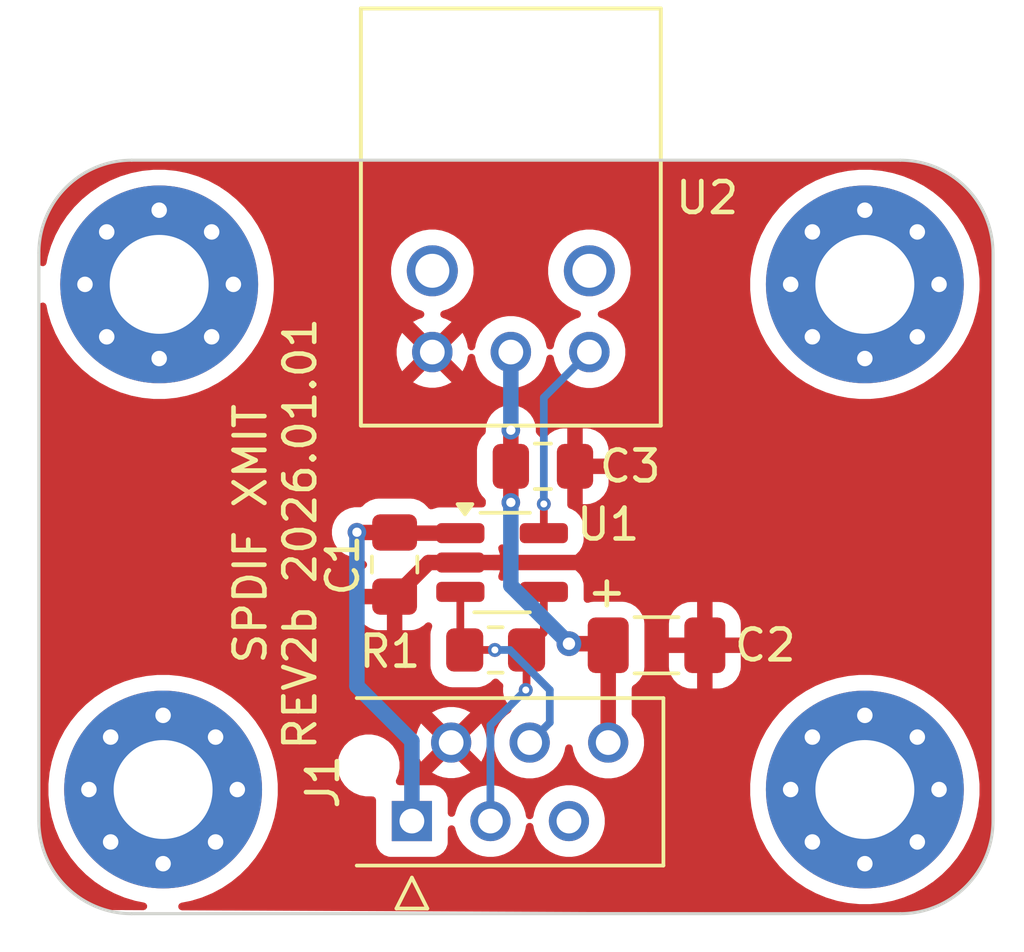
<source format=kicad_pcb>
(kicad_pcb (version 20241229) (generator "pcbnew") (generator_version "9.0")
  (layers (0 "F.Cu" signal) (2 "B.Cu" signal) (13 "F.Paste" user) (15 "B.Paste" user) (5 "F.SilkS" user "F.Silkscreen") (7 "B.SilkS" user "B.Silkscreen") (1 "F.Mask" user) (3 "B.Mask" user) (25 "Edge.Cuts" user))
  (net 0 "")
  (net 1 "GND")
  (net 2 "+5V")
  (net 3 "+3V3")
  (net 4 "/SPDIF+")
  (net 5 "/SPDIF-")
  (net 7 "Net-(U1-ROUT)")
  (footprint "Package_TO_SOT_SMD:SOT-23-5_HandSoldering" (layer "F.Cu") (at 154.0472 127.066)
    (property "Reference" "U1" (at 3.4328 -1.2344 0) (layer "F.SilkS"))
    (property "Value" "FIN1002")
    (fp_line (start -0.9 1.61) (end 0.9 1.61) (stroke (width 0.12)) (layer "F.SilkS"))
    (fp_line (start 0.1 -1.61) (end -0.7 -1.61) (stroke (width 0.12)) (layer "F.SilkS"))
    (fp_line (start 0.1 -1.61) (end 0.9 -1.61) (stroke (width 0.12)) (layer "F.SilkS"))
    (fp_poly (pts (xy -1.2 -1.56) (xy -1.44 -1.89) (xy -0.96 -1.89) (xy -1.2 -1.56)) (stroke (width 0.12)) (fill yes) (layer "F.SilkS"))
    (pad "1" smd roundrect (at -1.35 -0.95) (size 1.56 0.65) (layers "F.Cu" "F.Mask" "F.Paste") (net 3 "+3V3"))
    (pad "2" smd roundrect (at -1.35 0) (size 1.56 0.65) (layers "F.Cu" "F.Mask" "F.Paste") (net 1 "GND"))
    (pad "3" smd roundrect (at -1.35 0.95) (size 1.56 0.65) (layers "F.Cu" "F.Mask" "F.Paste") (net 4 "/SPDIF+"))
    (pad "4" smd roundrect (at 1.35 0.95) (size 1.56 0.65) (layers "F.Cu" "F.Mask" "F.Paste") (net 5 "/SPDIF-"))
    (pad "5" smd roundrect (at 1.35 -0.95) (size 1.56 0.65) (layers "F.Cu" "F.Mask" "F.Paste") (net 7 "Net-(U1-ROUT)"))
  )
  (footprint "Connector_TE-Connectivity:TE_Micro-MaTch_215079-6_2x03_P1.27mm_Vertical" (layer "F.Cu") (at 151.13 135.4328 90)
    (property "Reference" "J1" (at 1.27 -2.88 90) (layer "F.SilkS"))
    (property "Value" "TE MicroMatch")
    (fp_line (start -1.44 -1.785) (end -1.44 8.135) (stroke (width 0.12)) (layer "F.SilkS"))
    (fp_line (start -2.83 -0.5) (end -1.83 0) (stroke (width 0.12)) (layer "F.SilkS"))
    (fp_line (start -1.83 0) (end -2.83 0.5) (stroke (width 0.12)) (layer "F.SilkS"))
    (fp_line (start -2.83 0.5) (end -2.83 -0.5) (stroke (width 0.12)) (layer "F.SilkS"))
    (fp_line (start 3.98 8.135) (end 3.98 -1.785) (stroke (width 0.12)) (layer "F.SilkS"))
    (fp_line (start -1.44 8.135) (end 3.98 8.135) (stroke (width 0.12)) (layer "F.SilkS"))
    (pad "" np_thru_hole circle (at 1.8 -1.4 90) (size 1.5 1.5) (drill 1.5) (layers "*.Cu" "*.Mask"))
    (pad "1" thru_hole rect (at 0 0 90) (size 1.3 1.3) (drill 0.8) (layers "*.Cu" "*.Mask") (net 3 "+3V3"))
    (pad "2" thru_hole circle (at 2.54 1.27 90) (size 1.3 1.3) (drill 0.8) (layers "*.Cu" "*.Mask") (net 1 "GND"))
    (pad "3" thru_hole circle (at 0 2.54 90) (size 1.3 1.3) (drill 0.8) (layers "*.Cu" "*.Mask") (net 5 "/SPDIF-"))
    (pad "4" thru_hole circle (at 2.54 3.81 90) (size 1.3 1.3) (drill 0.8) (layers "*.Cu" "*.Mask") (net 4 "/SPDIF+"))
    (pad "5" thru_hole circle (at 0 5.08 90) (size 1.3 1.3) (drill 0.8) (layers "*.Cu" "*.Mask"))
    (pad "6" thru_hole circle (at 2.54 6.35 90) (size 1.3 1.3) (drill 0.8) (layers "*.Cu" "*.Mask") (net 2 "+5V"))
  )
  (footprint "kicad-snk:PLR135-T10_PLT133-T10W" (layer "F.Cu") (at 154.3304 117.6248)
    (property "Reference" "U2" (at 6.35 -2.3596 0) (layer "F.SilkS"))
    (property "Value" "PLT237/T10WH")
    (fp_line (start -4.85 -8.49) (end -4.85 5.01) (stroke (width 0.127)) (layer "F.SilkS"))
    (fp_line (start 4.85 -8.49) (end -4.85 -8.49) (stroke (width 0.127)) (layer "F.SilkS"))
    (fp_line (start 4.85 -8.49) (end 4.85 5.01) (stroke (width 0.127)) (layer "F.SilkS"))
    (fp_line (start 4.85 5.01) (end -4.85 5.01) (stroke (width 0.127)) (layer "F.SilkS"))
    (pad "1" thru_hole circle (at 2.54 2.63) (size 1.308 1.308) (drill 0.8) (layers "*.Cu" "*.Mask") (net 7 "Net-(U1-ROUT)"))
    (pad "2" thru_hole circle (at 0 2.63) (size 1.308 1.308) (drill 0.8) (layers "*.Cu" "*.Mask") (net 2 "+5V"))
    (pad "3" thru_hole circle (at -2.54 2.63) (size 1.308 1.308) (drill 0.8) (layers "*.Cu" "*.Mask") (net 1 "GND"))
    (pad "NC1" thru_hole circle (at 2.54 0) (size 1.65 1.65) (drill 1.1) (layers "*.Cu" "*.Mask"))
    (pad "NC2" thru_hole circle (at -2.54 0) (size 1.65 1.65) (drill 1.1) (layers "*.Cu" "*.Mask"))
  )
  (footprint "Capacitor_SMD:C_0805_2012Metric_Pad1.18x1.45mm_HandSolder" (layer "F.Cu") (at 155.3679 123.952)
    (property "Reference" "C3" (at 2.8233 0 0) (layer "F.SilkS"))
    (property "Value" "1uF/50V")
    (fp_line (start -0.261252 -0.735) (end 0.261252 -0.735) (stroke (width 0.12)) (layer "F.SilkS"))
    (fp_line (start -0.261252 0.735) (end 0.261252 0.735) (stroke (width 0.12)) (layer "F.SilkS"))
    (pad "1" smd roundrect (at -1.0375 0) (size 1.175 1.45) (layers "F.Cu" "F.Mask" "F.Paste") (roundrect_rratio 0.212766) (net 2 "+5V"))
    (pad "2" smd roundrect (at 1.0375 0) (size 1.175 1.45) (layers "F.Cu" "F.Mask" "F.Paste") (roundrect_rratio 0.212766) (net 1 "GND"))
  )
  (footprint "MountingHole:MountingHole_3.2mm_M3_Pad_Via" (layer "F.Cu") (at 143.082944 134.412056)
    (property "Reference" "H3" (hide yes))
    (property "Value" "MountingHole")
    (pad "1" thru_hole circle (at -2.4 0) (size 0.8 0.8) (drill 0.5) (layers "*.Cu" "*.Mask"))
    (pad "1" thru_hole circle (at -1.697056 -1.697056) (size 0.8 0.8) (drill 0.5) (layers "*.Cu" "*.Mask"))
    (pad "1" thru_hole circle (at -1.697056 1.697056) (size 0.8 0.8) (drill 0.5) (layers "*.Cu" "*.Mask"))
    (pad "1" thru_hole circle (at 0 -2.4) (size 0.8 0.8) (drill 0.5) (layers "*.Cu" "*.Mask"))
    (pad "1" thru_hole circle (at 0 0) (size 6.4 6.4) (drill 3.2) (layers "*.Cu" "*.Mask"))
    (pad "1" thru_hole circle (at 0 2.4) (size 0.8 0.8) (drill 0.5) (layers "*.Cu" "*.Mask"))
    (pad "1" thru_hole circle (at 1.697056 -1.697056) (size 0.8 0.8) (drill 0.5) (layers "*.Cu" "*.Mask"))
    (pad "1" thru_hole circle (at 1.697056 1.697056) (size 0.8 0.8) (drill 0.5) (layers "*.Cu" "*.Mask"))
    (pad "1" thru_hole circle (at 2.4 0) (size 0.8 0.8) (drill 0.5) (layers "*.Cu" "*.Mask"))
  )
  (footprint "Resistor_SMD:R_0805_2012Metric_Pad1.20x1.40mm_HandSolder" (layer "F.Cu") (at 153.8384 129.8956 180)
    (property "Reference" "R1" (at 3.4196 -0.0508 0) (layer "F.SilkS"))
    (property "Value" "100R")
    (fp_line (start -0.227064 0.735) (end 0.227064 0.735) (stroke (width 0.12)) (layer "F.SilkS"))
    (fp_line (start -0.227064 -0.735) (end 0.227064 -0.735) (stroke (width 0.12)) (layer "F.SilkS"))
    (pad "1" smd roundrect (at -1 0 180) (size 1.2 1.4) (layers "F.Cu" "F.Mask" "F.Paste") (roundrect_rratio 0.208333) (net 5 "/SPDIF-"))
    (pad "2" smd roundrect (at 1 0 180) (size 1.2 1.4) (layers "F.Cu" "F.Mask" "F.Paste") (roundrect_rratio 0.208333) (net 4 "/SPDIF+"))
  )
  (footprint "MountingHole:MountingHole_3.2mm_M3_Pad_Via" (layer "F.Cu") (at 165.781056 118.063944)
    (property "Reference" "H2" (hide yes))
    (property "Value" "MountingHole")
    (pad "1" thru_hole circle (at -2.4 0) (size 0.8 0.8) (drill 0.5) (layers "*.Cu" "*.Mask"))
    (pad "1" thru_hole circle (at -1.697056 -1.697056) (size 0.8 0.8) (drill 0.5) (layers "*.Cu" "*.Mask"))
    (pad "1" thru_hole circle (at -1.697056 1.697056) (size 0.8 0.8) (drill 0.5) (layers "*.Cu" "*.Mask"))
    (pad "1" thru_hole circle (at 0 -2.4) (size 0.8 0.8) (drill 0.5) (layers "*.Cu" "*.Mask"))
    (pad "1" thru_hole circle (at 0 0) (size 6.4 6.4) (drill 3.2) (layers "*.Cu" "*.Mask"))
    (pad "1" thru_hole circle (at 0 2.4) (size 0.8 0.8) (drill 0.5) (layers "*.Cu" "*.Mask"))
    (pad "1" thru_hole circle (at 1.697056 -1.697056) (size 0.8 0.8) (drill 0.5) (layers "*.Cu" "*.Mask"))
    (pad "1" thru_hole circle (at 1.697056 1.697056) (size 0.8 0.8) (drill 0.5) (layers "*.Cu" "*.Mask"))
    (pad "1" thru_hole circle (at 2.4 0) (size 0.8 0.8) (drill 0.5) (layers "*.Cu" "*.Mask"))
  )
  (footprint "MountingHole:MountingHole_3.2mm_M3_Pad_Via" (layer "F.Cu") (at 142.955944 118.063944)
    (property "Reference" "H1" (hide yes))
    (property "Value" "MountingHole")
    (pad "1" thru_hole circle (at -2.4 0) (size 0.8 0.8) (drill 0.5) (layers "*.Cu" "*.Mask"))
    (pad "1" thru_hole circle (at -1.697056 -1.697056) (size 0.8 0.8) (drill 0.5) (layers "*.Cu" "*.Mask"))
    (pad "1" thru_hole circle (at -1.697056 1.697056) (size 0.8 0.8) (drill 0.5) (layers "*.Cu" "*.Mask"))
    (pad "1" thru_hole circle (at 0 -2.4) (size 0.8 0.8) (drill 0.5) (layers "*.Cu" "*.Mask"))
    (pad "1" thru_hole circle (at 0 0) (size 6.4 6.4) (drill 3.2) (layers "*.Cu" "*.Mask"))
    (pad "1" thru_hole circle (at 0 2.4) (size 0.8 0.8) (drill 0.5) (layers "*.Cu" "*.Mask"))
    (pad "1" thru_hole circle (at 1.697056 -1.697056) (size 0.8 0.8) (drill 0.5) (layers "*.Cu" "*.Mask"))
    (pad "1" thru_hole circle (at 1.697056 1.697056) (size 0.8 0.8) (drill 0.5) (layers "*.Cu" "*.Mask"))
    (pad "1" thru_hole circle (at 2.4 0) (size 0.8 0.8) (drill 0.5) (layers "*.Cu" "*.Mask"))
  )
  (footprint "MountingHole:MountingHole_3.2mm_M3_Pad_Via" (layer "F.Cu") (at 165.781056 134.412056)
    (property "Reference" "H4" (hide yes))
    (property "Value" "MountingHole")
    (pad "1" thru_hole circle (at -2.4 0) (size 0.8 0.8) (drill 0.5) (layers "*.Cu" "*.Mask"))
    (pad "1" thru_hole circle (at -1.697056 -1.697056) (size 0.8 0.8) (drill 0.5) (layers "*.Cu" "*.Mask"))
    (pad "1" thru_hole circle (at -1.697056 1.697056) (size 0.8 0.8) (drill 0.5) (layers "*.Cu" "*.Mask"))
    (pad "1" thru_hole circle (at 0 -2.4) (size 0.8 0.8) (drill 0.5) (layers "*.Cu" "*.Mask"))
    (pad "1" thru_hole circle (at 0 0) (size 6.4 6.4) (drill 3.2) (layers "*.Cu" "*.Mask"))
    (pad "1" thru_hole circle (at 0 2.4) (size 0.8 0.8) (drill 0.5) (layers "*.Cu" "*.Mask"))
    (pad "1" thru_hole circle (at 1.697056 -1.697056) (size 0.8 0.8) (drill 0.5) (layers "*.Cu" "*.Mask"))
    (pad "1" thru_hole circle (at 1.697056 1.697056) (size 0.8 0.8) (drill 0.5) (layers "*.Cu" "*.Mask"))
    (pad "1" thru_hole circle (at 2.4 0) (size 0.8 0.8) (drill 0.5) (layers "*.Cu" "*.Mask"))
  )
  (footprint "Capacitor_SMD:C_1206_3216Metric_Pad1.33x1.80mm_HandSolder" (layer "F.Cu") (at 159.0425 129.7432)
    (property "Reference" "C2" (at 3.5175 0 0) (layer "F.SilkS"))
    (property "Value" "47uF/6.3V")
    (fp_line (start -0.711252 -0.91) (end 0.711252 -0.91) (stroke (width 0.12)) (layer "F.SilkS"))
    (fp_line (start -0.711252 0.91) (end 0.711252 0.91) (stroke (width 0.12)) (layer "F.SilkS"))
    (pad "1" smd roundrect (at -1.5625 0) (size 1.325 1.8) (layers "F.Cu" "F.Mask" "F.Paste") (roundrect_rratio 0.188679) (net 2 "+5V"))
    (pad "2" smd roundrect (at 1.5625 0) (size 1.325 1.8) (layers "F.Cu" "F.Mask" "F.Paste") (roundrect_rratio 0.188679) (net 1 "GND"))
  )
  (footprint "Capacitor_SMD:C_0805_2012Metric_Pad1.18x1.45mm_HandSolder" (layer "F.Cu") (at 150.5712 127.1309 -90)
    (property "Reference" "C1" (at 0.0215 1.6764 90) (layer "F.SilkS"))
    (property "Value" "1uF/50V")
    (fp_line (start -0.261252 0.735) (end 0.261252 0.735) (stroke (width 0.12)) (layer "F.SilkS"))
    (fp_line (start -0.261252 -0.735) (end 0.261252 -0.735) (stroke (width 0.12)) (layer "F.SilkS"))
    (pad "1" smd roundrect (at -1.0375 0 270) (size 1.175 1.45) (layers "F.Cu" "F.Mask" "F.Paste") (roundrect_rratio 0.212766) (net 3 "+3V3"))
    (pad "2" smd roundrect (at 1.0375 0 270) (size 1.175 1.45) (layers "F.Cu" "F.Mask" "F.Paste") (roundrect_rratio 0.212766) (net 1 "GND"))
  )
  (gr_line (start 142.065 114.046) (end 166.926 114.046) (stroke (width 0.1)) (layer "Edge.Cuts"))
  (gr_arc (start 169.926 135.43) (mid 169.04732 137.55132) (end 166.926 138.43) (stroke (width 0.1)) (layer "Edge.Cuts"))
  (gr_line (start 169.926 117.046) (end 169.926 135.43) (stroke (width 0.1)) (layer "Edge.Cuts"))
  (gr_arc (start 166.926 114.046) (mid 169.04732 114.92468) (end 169.926 117.046) (stroke (width 0.1)) (layer "Edge.Cuts"))
  (gr_arc (start 142.065 138.43) (mid 139.94368 137.55132) (end 139.065 135.43) (stroke (width 0.1)) (layer "Edge.Cuts"))
  (gr_arc (start 139.065 117.046) (mid 139.94368 114.92468) (end 142.065 114.046) (stroke (width 0.1)) (layer "Edge.Cuts"))
  (gr_line (start 166.926 138.43) (end 142.065 138.43) (stroke (width 0.1)) (layer "Edge.Cuts"))
  (gr_line (start 139.065 135.43) (end 139.065 117.046) (stroke (width 0.1)) (layer "Edge.Cuts"))
  (gr_text "SPDIF XMIT\nREV2b 2026.01.01" (at 146.7104 126.1364 90) (layer "F.SilkS") (effects (font (size 1 1))))
  (gr_text "+" (at 156.718 128.5748 0) (layer "F.SilkS") (effects (font (size 1 1)) (justify left bottom)))
  (segment (start 152.6972 127.066) (end 151.6736 127.066) (width 0.5) (layer "F.Cu") (net 1))
  (segment (start 151.6736 127.066) (end 150.5712 128.1684) (width 0.5) (layer "F.Cu") (net 1))
  (segment (start 157.6984 127.066) (end 157.734 127.1016) (width 0.5) (layer "F.Cu") (net 1))
  (segment (start 152.6972 127.066) (end 157.6984 127.066) (width 0.5) (layer "F.Cu") (net 1))
  (segment (start 156.21 129.6924) (end 157.4292 129.6924) (width 0.5) (layer "F.Cu") (net 2))
  (segment (start 154.3304 123.952) (end 154.3304 125.1204) (width 0.5) (layer "F.Cu") (net 2))
  (segment (start 157.48 132.8928) (end 157.48 129.7432) (width 0.5) (layer "F.Cu") (net 2))
  (segment (start 154.3304 123.952) (end 154.3304 122.7836) (width 0.5) (layer "F.Cu") (net 2))
  (segment (start 157.4292 129.6924) (end 157.48 129.7432) (width 0.5) (layer "F.Cu") (net 2))
  (via (at 154.3304 125.1204) (size 0.6) (drill 0.3) (layers "F.Cu" "B.Cu") (net 2))
  (via (at 154.3304 122.7836) (size 0.6) (drill 0.3) (layers "F.Cu" "B.Cu") (net 2))
  (via (at 156.21 129.6924) (size 0.8) (drill 0.4) (layers "F.Cu" "B.Cu") (net 2))
  (segment (start 154.3304 127.8128) (end 156.21 129.6924) (width 0.5) (layer "B.Cu") (net 2))
  (segment (start 154.3304 125.1204) (end 154.3304 127.8128) (width 0.5) (layer "B.Cu") (net 2))
  (segment (start 154.3304 122.7836) (end 154.3304 120.2548) (width 0.5) (layer "B.Cu") (net 2))
  (segment (start 150.5712 126.0934) (end 149.3598 126.0934) (width 0.5) (layer "F.Cu") (net 3))
  (segment (start 150.5938 126.116) (end 150.5712 126.0934) (width 0.5) (layer "F.Cu") (net 3))
  (segment (start 149.3598 126.0934) (end 149.352 126.0856) (width 0.5) (layer "F.Cu") (net 3))
  (segment (start 152.6972 126.116) (end 150.5938 126.116) (width 0.5) (layer "F.Cu") (net 3))
  (via (at 149.352 126.0856) (size 0.6) (drill 0.3) (layers "F.Cu" "B.Cu") (net 3))
  (segment (start 151.13 132.842) (end 151.13 135.4328) (width 0.5) (layer "B.Cu") (net 3))
  (segment (start 149.352 126.0856) (end 149.352 131.064) (width 0.5) (layer "B.Cu") (net 3))
  (segment (start 149.352 131.064) (end 151.13 132.842) (width 0.5) (layer "B.Cu") (net 3))
  (segment (start 152.6972 129.7544) (end 152.8384 129.8956) (width 0.25) (layer "F.Cu") (net 4))
  (segment (start 152.8384 129.8956) (end 153.8134 129.8956) (width 0.25) (layer "F.Cu") (net 4))
  (segment (start 152.6972 128.016) (end 152.6972 129.7544) (width 0.25) (layer "F.Cu") (net 4))
  (via (at 153.8134 129.8956) (size 0.45) (drill 0.225) (layers "F.Cu" "B.Cu") (net 4))
  (segment (start 155.589999 132.242801) (end 154.94 132.8928) (width 0.25) (layer "B.Cu") (net 4))
  (segment (start 154.296832 129.8956) (end 155.589999 131.188767) (width 0.25) (layer "B.Cu") (net 4))
  (segment (start 153.8134 129.8956) (end 154.296832 129.8956) (width 0.25) (layer "B.Cu") (net 4))
  (segment (start 155.589999 131.188767) (end 155.589999 132.242801) (width 0.25) (layer "B.Cu") (net 4))
  (segment (start 154.8384 131.1656) (end 154.813 131.191) (width 0.25) (layer "F.Cu") (net 5))
  (segment (start 155.3972 128.016) (end 155.3972 129.3368) (width 0.25) (layer "F.Cu") (net 5))
  (segment (start 154.8384 129.8956) (end 154.8384 131.1656) (width 0.25) (layer "F.Cu") (net 5))
  (segment (start 155.3972 129.3368) (end 154.8384 129.8956) (width 0.25) (layer "F.Cu") (net 5))
  (via (at 154.813 131.191) (size 0.45) (drill 0.225) (layers "F.Cu" "B.Cu") (net 5))
  (segment (start 153.67 132.334) (end 154.813 131.191) (width 0.25) (layer "B.Cu") (net 5))
  (segment (start 153.67 135.4328) (end 153.67 132.334) (width 0.25) (layer "B.Cu") (net 5))
  (segment (start 155.3972 126.116) (end 155.3972 125.1712) (width 0.25) (layer "F.Cu") (net 7))
  (via (at 155.3972 125.1712) (size 0.45) (drill 0.225) (layers "F.Cu" "B.Cu") (net 7))
  (segment (start 155.3972 121.728) (end 156.8704 120.2548) (width 0.25) (layer "B.Cu") (net 7))
  (segment (start 155.3972 125.1712) (end 155.3972 121.728) (width 0.25) (layer "B.Cu") (net 7))
  (zone (net 1) (net_name "GND") (layer "F.Cu") (connect_pads (clearance 0.508)) (min_thickness 0.25) (fill yes (thermal_gap 0.5) (thermal_bridge_width 0.5))
    (polygon (pts (xy 139.065 114.046) (xy 169.926 114.046) (xy 169.926 138.43) (xy 139.065 138.303)))
  )
)
</source>
